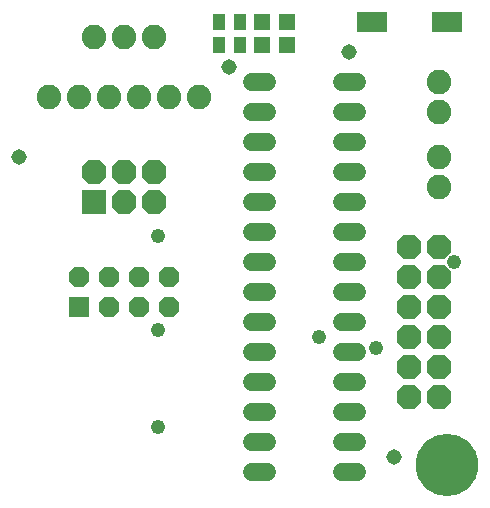
<source format=gbs>
G75*
%MOIN*%
%OFA0B0*%
%FSLAX25Y25*%
%IPPOS*%
%LPD*%
%AMOC8*
5,1,8,0,0,1.08239X$1,22.5*
%
%ADD10C,0.08200*%
%ADD11C,0.06000*%
%ADD12R,0.06800X0.06800*%
%ADD13OC8,0.06800*%
%ADD14R,0.08200X0.08200*%
%ADD15OC8,0.08200*%
%ADD16R,0.05524X0.05524*%
%ADD17R,0.03950X0.05524*%
%ADD18R,0.09855X0.07099*%
%ADD19C,0.05156*%
%ADD20C,0.04800*%
%ADD21C,0.20800*%
D10*
X0026800Y0148472D03*
X0036800Y0148472D03*
X0046800Y0148472D03*
X0056800Y0148472D03*
X0066800Y0148472D03*
X0076800Y0148472D03*
X0061800Y0168472D03*
X0051800Y0168472D03*
X0041800Y0168472D03*
X0156800Y0153472D03*
X0156800Y0143472D03*
X0156800Y0128472D03*
X0156800Y0118472D03*
D11*
X0129400Y0113472D02*
X0124200Y0113472D01*
X0124200Y0103472D02*
X0129400Y0103472D01*
X0129400Y0093472D02*
X0124200Y0093472D01*
X0124200Y0083472D02*
X0129400Y0083472D01*
X0129400Y0073472D02*
X0124200Y0073472D01*
X0124200Y0063472D02*
X0129400Y0063472D01*
X0129400Y0053472D02*
X0124200Y0053472D01*
X0124200Y0043472D02*
X0129400Y0043472D01*
X0129400Y0033472D02*
X0124200Y0033472D01*
X0124200Y0023472D02*
X0129400Y0023472D01*
X0099400Y0023472D02*
X0094200Y0023472D01*
X0094200Y0033472D02*
X0099400Y0033472D01*
X0099400Y0043472D02*
X0094200Y0043472D01*
X0094200Y0053472D02*
X0099400Y0053472D01*
X0099400Y0063472D02*
X0094200Y0063472D01*
X0094200Y0073472D02*
X0099400Y0073472D01*
X0099400Y0083472D02*
X0094200Y0083472D01*
X0094200Y0093472D02*
X0099400Y0093472D01*
X0099400Y0103472D02*
X0094200Y0103472D01*
X0094200Y0113472D02*
X0099400Y0113472D01*
X0099400Y0123472D02*
X0094200Y0123472D01*
X0094200Y0133472D02*
X0099400Y0133472D01*
X0099400Y0143472D02*
X0094200Y0143472D01*
X0094200Y0153472D02*
X0099400Y0153472D01*
X0124200Y0153472D02*
X0129400Y0153472D01*
X0129400Y0143472D02*
X0124200Y0143472D01*
X0124200Y0133472D02*
X0129400Y0133472D01*
X0129400Y0123472D02*
X0124200Y0123472D01*
D12*
X0036800Y0078472D03*
D13*
X0036800Y0088472D03*
X0046800Y0088472D03*
X0046800Y0078472D03*
X0056800Y0078472D03*
X0056800Y0088472D03*
X0066800Y0088472D03*
X0066800Y0078472D03*
D14*
X0041800Y0113472D03*
D15*
X0041800Y0123472D03*
X0051800Y0123472D03*
X0051800Y0113472D03*
X0061800Y0113472D03*
X0061800Y0123472D03*
X0146800Y0098472D03*
X0146800Y0088472D03*
X0146800Y0078472D03*
X0156800Y0078472D03*
X0156800Y0088472D03*
X0156800Y0098472D03*
X0156800Y0068472D03*
X0156800Y0058472D03*
X0156800Y0048472D03*
X0146800Y0048472D03*
X0146800Y0058472D03*
X0146800Y0068472D03*
D16*
X0105934Y0165972D03*
X0105934Y0173472D03*
X0097666Y0173472D03*
X0097666Y0165972D03*
D17*
X0090343Y0165972D03*
X0083257Y0165972D03*
X0083257Y0173472D03*
X0090343Y0173472D03*
D18*
X0134398Y0173472D03*
X0159202Y0173472D03*
D19*
X0126800Y0163472D03*
X0086800Y0158472D03*
X0016800Y0128472D03*
X0141800Y0028472D03*
D20*
X0063050Y0038472D03*
X0063050Y0070972D03*
X0063050Y0102222D03*
X0116800Y0068472D03*
X0135550Y0064722D03*
X0161800Y0093472D03*
D21*
X0159300Y0025972D03*
M02*

</source>
